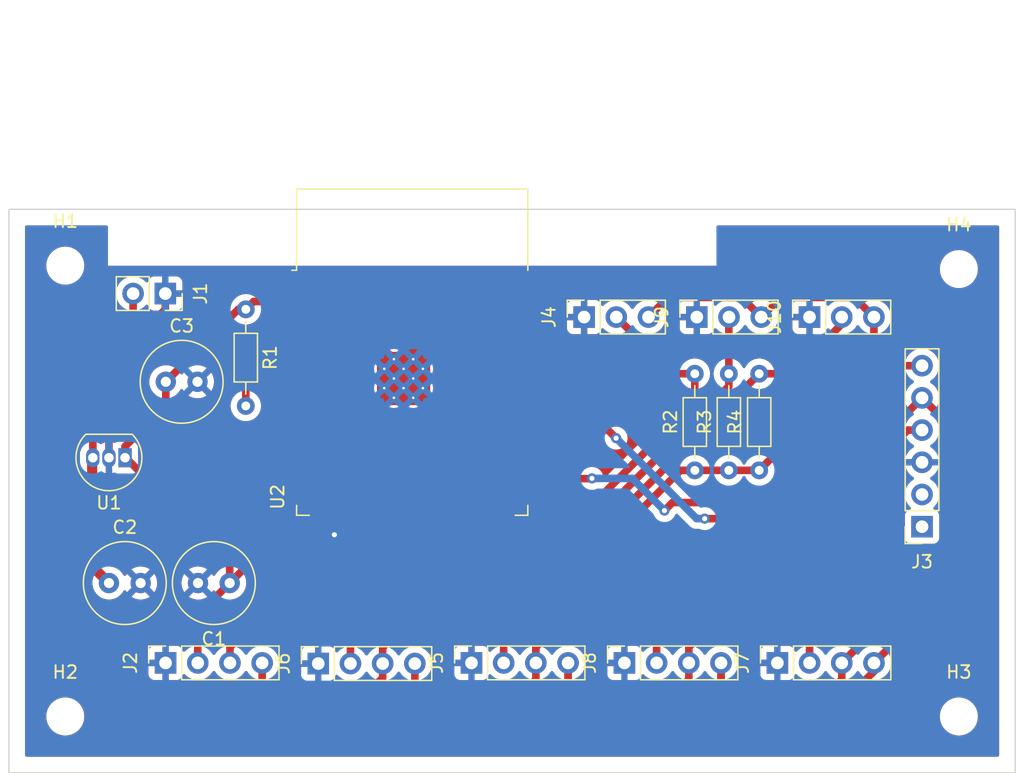
<source format=kicad_pcb>
(kicad_pcb (version 20221018) (generator pcbnew)
  (title_block (title "PCB Condiciones Ambientales") (date "2024-06-03") (rev "1.0") (company "ULL") (comment 1 "Johan David Melián Ramos"))
  (layers (0 "F.Cu" signal) (31 "B.Cu" signal) (34 "B.Paste" user) (35 "F.Paste" user) (36 "B.SilkS" user "B.Silkscreen") (37 "F.SilkS" user "F.Silkscreen") (38 "B.Mask" user) (39 "F.Mask" user) (44 "Edge.Cuts" user))
  (net 0 "")
  (net 1 "+3V3")
  (net 2 "GND")
  (net 3 "VCC")
  (net 4 "SCL")
  (net 5 "SDA")
  (net 6 "DATA1")
  (net 7 "DATA2")
  (net 8 "DATA3")
  (net 9 "Net-(U2-EN)")
  (footprint "Capacitor_THT:C_Radial_D6.3mm_H5.0mm_P2.50mm" (layer "F.Cu") (at 116.475 111.395)
    (fp_text reference "C2" (at 1.25 -4.4) (layer "F.SilkS"))
    (fp_text value "100u")
    (fp_circle (center 1.25 0) (end 4.52 0) (stroke (width 0.12)) (fill none) (layer "F.SilkS"))
    (pad "1" thru_hole circle (at 0 0) (size 1.6 1.6) (drill 0.8) (layers "*.Cu" "*.Mask") (net 3 "VCC"))
    (pad "2" thru_hole circle (at 2.5 0) (size 1.6 1.6) (drill 0.8) (layers "*.Cu" "*.Mask") (net 2 "GND"))
  )
  (footprint "Connector_PinSocket_2.54mm:PinSocket_1x04_P2.54mm_Vertical" (layer "F.Cu") (at 120.94 117.695 90)
    (fp_text reference "J2" (at 0 -2.77 90) (layer "F.SilkS"))
    (fp_text value "Conn_01x04_Socket")
    (fp_line (start -1.33 1.27) (end -1.33 8.95) (stroke (width 0.12)) (layer "F.SilkS"))
    (fp_line (start -1.33 1.27) (end 1.33 1.27) (stroke (width 0.12)) (layer "F.SilkS"))
    (fp_line (start -1.33 8.95) (end 1.33 8.95) (stroke (width 0.12)) (layer "F.SilkS"))
    (fp_line (start 0 -1.33) (end 1.33 -1.33) (stroke (width 0.12)) (layer "F.SilkS"))
    (fp_line (start 1.33 -1.33) (end 1.33 0) (stroke (width 0.12)) (layer "F.SilkS"))
    (fp_line (start 1.33 1.27) (end 1.33 8.95) (stroke (width 0.12)) (layer "F.SilkS"))
    (pad "1" thru_hole rect (at 0 0 90) (size 1.7 1.7) (drill 1) (layers "*.Cu" "*.Mask") (net 2 "GND"))
    (pad "2" thru_hole oval (at 0 2.54 90) (size 1.7 1.7) (drill 1) (layers "*.Cu" "*.Mask") (net 1 "+3V3"))
    (pad "3" thru_hole oval (at 0 5.08 90) (size 1.7 1.7) (drill 1) (layers "*.Cu" "*.Mask") (net 4 "SCL"))
    (pad "4" thru_hole oval (at 0 7.62 90) (size 1.7 1.7) (drill 1) (layers "*.Cu" "*.Mask") (net 5 "SDA"))
  )
  (footprint "MountingHole:MountingHole_2.5mm" (layer "F.Cu") (at 113.03 121.92)
    (fp_text reference "H2" (at 0 -3.5) (layer "F.SilkS"))
    (fp_text value "MountingHole")
    (pad "" np_thru_hole circle (at 0 0) (size 2.5 2.5) (drill 2.5) (layers "*.Cu" "*.Mask"))
  )
  (footprint "Resistor_THT:R_Axial_DIN0204_L3.6mm_D1.6mm_P7.62mm_Horizontal" (layer "F.Cu") (at 167.766668 102.505 90)
    (fp_text reference "R4" (at 3.81 -1.92 90) (layer "F.SilkS"))
    (fp_text value "1k")
    (fp_line (start 0.94 0) (end 1.89 0) (stroke (width 0.12)) (layer "F.SilkS"))
    (fp_line (start 1.89 -0.92) (end 1.89 0.92) (stroke (width 0.12)) (layer "F.SilkS"))
    (fp_line (start 1.89 0.92) (end 5.73 0.92) (stroke (width 0.12)) (layer "F.SilkS"))
    (fp_line (start 5.73 -0.92) (end 1.89 -0.92) (stroke (width 0.12)) (layer "F.SilkS"))
    (fp_line (start 5.73 0.92) (end 5.73 -0.92) (stroke (width 0.12)) (layer "F.SilkS"))
    (fp_line (start 6.68 0) (end 5.73 0) (stroke (width 0.12)) (layer "F.SilkS"))
    (pad "1" thru_hole circle (at 0 0 90) (size 1.4 1.4) (drill 0.7) (layers "*.Cu" "*.Mask") (net 1 "+3V3"))
    (pad "2" thru_hole oval (at 7.62 0 90) (size 1.4 1.4) (drill 0.7) (layers "*.Cu" "*.Mask") (net 8 "DATA3"))
  )
  (footprint "MountingHole:MountingHole_2.5mm" (layer "F.Cu") (at 183.515 121.92)
    (fp_text reference "H3" (at 0 -3.5) (layer "F.SilkS"))
    (fp_text value "MountingHole")
    (pad "" np_thru_hole circle (at 0 0) (size 2.5 2.5) (drill 2.5) (layers "*.Cu" "*.Mask"))
  )
  (footprint "RF_Module:ESP32-WROOM-32" (layer "F.Cu") (at 140.395 96.17)
    (fp_text reference "U2" (at -10.61 8.43 90) (layer "F.SilkS"))
    (fp_text value "ESP32-WROOM-32")
    (fp_line (start -9.12 -15.86) (end -9.12 -9.445) (stroke (width 0.12)) (layer "F.SilkS"))
    (fp_line (start -9.12 -15.86) (end 9.12 -15.86) (stroke (width 0.12)) (layer "F.SilkS"))
    (fp_line (start -9.12 -9.445) (end -9.5 -9.445) (stroke (width 0.12)) (layer "F.SilkS"))
    (fp_line (start -9.12 9.1) (end -9.12 9.88) (stroke (width 0.12)) (layer "F.SilkS"))
    (fp_line (start -9.12 9.88) (end -8.12 9.88) (stroke (width 0.12)) (layer "F.SilkS"))
    (fp_line (start 9.12 -15.86) (end 9.12 -9.445) (stroke (width 0.12)) (layer "F.SilkS"))
    (fp_line (start 9.12 9.1) (end 9.12 9.88) (stroke (width 0.12)) (layer "F.SilkS"))
    (fp_line (start 9.12 9.88) (end 8.12 9.88) (stroke (width 0.12)) (layer "F.SilkS"))
    (pad "1" smd rect (at -8.75 -8.25) (size 1.5 0.9) (layers "F.Cu" "F.Paste" "F.Mask") (net 2 "GND"))
    (pad "2" smd rect (at -8.75 -6.98) (size 1.5 0.9) (layers "F.Cu" "F.Paste" "F.Mask") (net 1 "+3V3"))
    (pad "3" smd rect (at -8.75 -5.71) (size 1.5 0.9) (layers "F.Cu" "F.Paste" "F.Mask") (net 9 "Net-(U2-EN)"))
    (pad "4" smd rect (at -8.75 -4.44) (size 1.5 0.9) (layers "F.Cu" "F.Paste" "F.Mask"))
    (pad "5" smd rect (at -8.75 -3.17) (size 1.5 0.9) (layers "F.Cu" "F.Paste" "F.Mask"))
    (pad "6" smd rect (at -8.75 -1.9) (size 1.5 0.9) (layers "F.Cu" "F.Paste" "F.Mask"))
    (pad "7" smd rect (at -8.75 -0.63) (size 1.5 0.9) (layers "F.Cu" "F.Paste" "F.Mask"))
    (pad "8" smd rect (at -8.75 0.64) (size 1.5 0.9) (layers "F.Cu" "F.Paste" "F.Mask"))
    (pad "9" smd rect (at -8.75 1.91) (size 1.5 0.9) (layers "F.Cu" "F.Paste" "F.Mask"))
    (pad "10" smd rect (at -8.75 3.18) (size 1.5 0.9) (layers "F.Cu" "F.Paste" "F.Mask"))
    (pad "11" smd rect (at -8.75 4.45) (size 1.5 0.9) (layers "F.Cu" "F.Paste" "F.Mask"))
    (pad "12" smd rect (at -8.75 5.72) (size 1.5 0.9) (layers "F.Cu" "F.Paste" "F.Mask"))
    (pad "13" smd rect (at -8.75 6.99) (size 1.5 0.9) (layers "F.Cu" "F.Paste" "F.Mask") (net 8 "DATA3"))
    (pad "14" smd rect (at -8.75 8.26) (size 1.5 0.9) (layers "F.Cu" "F.Paste" "F.Mask") (net 6 "DATA1"))
    (pad "15" smd rect (at -5.71 9.51 90) (size 1.5 0.9) (layers "F.Cu" "F.Paste" "F.Mask") (net 2 "GND"))
    (pad "16" smd rect (at -4.44 9.51 90) (size 1.5 0.9) (layers "F.Cu" "F.Paste" "F.Mask") (net 7 "DATA2"))
    (pad "17" smd rect (at -3.17 9.51 90) (size 1.5 0.9) (layers "F.Cu" "F.Paste" "F.Mask"))
    (pad "18" smd rect (at -1.9 9.51 90) (size 1.5 0.9) (layers "F.Cu" "F.Paste" "F.Mask"))
    (pad "19" smd rect (at -0.63 9.51 90) (size 1.5 0.9) (layers "F.Cu" "F.Paste" "F.Mask"))
    (pad "20" smd rect (at 0.64 9.51 90) (size 1.5 0.9) (layers "F.Cu" "F.Paste" "F.Mask"))
    (pad "21" smd rect (at 1.91 9.51 90) (size 1.5 0.9) (layers "F.Cu" "F.Paste" "F.Mask"))
    (pad "22" smd rect (at 3.18 9.51 90) (size 1.5 0.9) (layers "F.Cu" "F.Paste" "F.Mask"))
    (pad "23" smd rect (at 4.45 9.51 90) (size 1.5 0.9) (layers "F.Cu" "F.Paste" "F.Mask"))
    (pad "24" smd rect (at 5.72 9.51 90) (size 1.5 0.9) (layers "F.Cu" "F.Paste" "F.Mask"))
    (pad "25" smd rect (at 8.75 8.26) (size 1.5 0.9) (layers "F.Cu" "F.Paste" "F.Mask"))
    (pad "26" smd rect (at 8.75 6.99) (size 1.5 0.9) (layers "F.Cu" "F.Paste" "F.Mask") (net 5 "SDA"))
    (pad "27" smd rect (at 8.75 5.72) (size 1.5 0.9) (layers "F.Cu" "F.Paste" "F.Mask"))
    (pad "28" smd rect (at 8.75 4.45) (size 1.5 0.9) (layers "F.Cu" "F.Paste" "F.Mask"))
    (pad "29" smd rect (at 8.75 3.18) (size 1.5 0.9) (layers "F.Cu" "F.Paste" "F.Mask") (net 4 "SCL"))
    (pad "30" smd rect (at 8.75 1.91) (size 1.5 0.9) (layers "F.Cu" "F.Paste" "F.Mask"))
    (pad "31" smd rect (at 8.75 0.64) (size 1.5 0.9) (layers "F.Cu" "F.Paste" "F.Mask"))
    (pad "32" smd rect (at 8.75 -0.63) (size 1.5 0.9) (layers "F.Cu" "F.Paste" "F.Mask"))
    (pad "33" smd rect (at 8.75 -1.9) (size 1.5 0.9) (layers "F.Cu" "F.Paste" "F.Mask"))
    (pad "34" smd rect (at 8.75 -3.17) (size 1.5 0.9) (layers "F.Cu" "F.Paste" "F.Mask"))
    (pad "35" smd rect (at 8.75 -4.44) (size 1.5 0.9) (layers "F.Cu" "F.Paste" "F.Mask"))
    (pad "36" smd rect (at 8.75 -5.71) (size 1.5 0.9) (layers "F.Cu" "F.Paste" "F.Mask"))
    (pad "37" smd rect (at 8.75 -6.98) (size 1.5 0.9) (layers "F.Cu" "F.Paste" "F.Mask"))
    (pad "38" smd rect (at 8.75 -8.25) (size 1.5 0.9) (layers "F.Cu" "F.Paste" "F.Mask") (net 2 "GND"))
    (pad "39" smd rect (at -2.205 -2.435) (size 1.05 1.05) (layers "F.Cu" "F.Paste") (net 2 "GND"))
    (pad "39" thru_hole circle (at -2.205 -1.6725) (size 0.6 0.6) (drill 0.2) (property pad_prop_heatsink) (layers "*.Cu" "F.Mask") (net 2 "GND"))
    (pad "39" smd rect (at -2.205 -0.91) (size 1.05 1.05) (layers "F.Cu" "F.Paste") (net 2 "GND"))
    (pad "39" thru_hole circle (at -2.205 -0.1475) (size 0.6 0.6) (drill 0.2) (property pad_prop_heatsink) (layers "*.Cu" "F.Mask") (net 2 "GND"))
    (pad "39" smd rect (at -2.205 0.615) (size 1.05 1.05) (layers "F.Cu" "F.Paste") (net 2 "GND"))
    (pad "39" thru_hole circle (at -1.4425 -2.435) (size 0.6 0.6) (drill 0.2) (property pad_prop_heatsink) (layers "*.Cu" "F.Mask") (net 2 "GND"))
    (pad "39" thru_hole circle (at -1.4425 -0.91) (size 0.6 0.6) (drill 0.2) (property pad_prop_heatsink) (layers "*.Cu" "F.Mask") (net 2 "GND"))
    (pad "39" thru_hole circle (at -1.4425 0.615) (size 0.6 0.6) (drill 0.2) (property pad_prop_heatsink) (layers "*.Cu" "F.Mask") (net 2 "GND"))
    (pad "39" smd rect (at -0.68 -2.435) (size 1.05 1.05) (layers "F.Cu" "F.Paste") (net 2 "GND"))
    (pad "39" thru_hole circle (at -0.68 -1.6725) (size 0.6 0.6) (drill 0.2) (property pad_prop_heatsink) (layers "*.Cu" "F.Mask") (net 2 "GND"))
    (pad "39" smd rect (at -0.68 -0.91) (size 1.05 1.05) (layers "F.Cu" "F.Paste") (net 2 "GND"))
    (pad "39" smd rect (at -0.68 -0.91) (size 4.2 4.2) (layers "F.Cu" "F.Mask") (net 2 "GND"))
    (pad "39" thru_hole circle (at -0.68 -0.1475) (size 0.6 0.6) (drill 0.2) (property pad_prop_heatsink) (layers "*.Cu" "F.Mask") (net 2 "GND"))
    (pad "39" smd rect (at -0.68 0.615) (size 1.05 1.05) (layers "F.Cu" "F.Paste") (net 2 "GND"))
    (pad "39" thru_hole circle (at 0.0825 -2.435) (size 0.6 0.6) (drill 0.2) (property pad_prop_heatsink) (layers "*.Cu" "F.Mask") (net 2 "GND"))
    (pad "39" thru_hole circle (at 0.0825 -0.91) (size 0.6 0.6) (drill 0.2) (property pad_prop_heatsink) (layers "*.Cu" "F.Mask") (net 2 "GND"))
    (pad "39" thru_hole circle (at 0.0825 0.615) (size 0.6 0.6) (drill 0.2) (property pad_prop_heatsink) (layers "*.Cu" "F.Mask") (net 2 "GND"))
    (pad "39" smd rect (at 0.845 -2.435) (size 1.05 1.05) (layers "F.Cu" "F.Paste") (net 2 "GND"))
    (pad "39" thru_hole circle (at 0.845 -1.6725) (size 0.6 0.6) (drill 0.2) (property pad_prop_heatsink) (layers "*.Cu" "F.Mask") (net 2 "GND"))
    (pad "39" smd rect (at 0.845 -0.91) (size 1.05 1.05) (layers "F.Cu" "F.Paste") (net 2 "GND"))
    (pad "39" thru_hole circle (at 0.845 -0.1475) (size 0.6 0.6) (drill 0.2) (property pad_prop_heatsink) (layers "*.Cu" "F.Mask") (net 2 "GND"))
    (pad "39" smd rect (at 0.845 0.615) (size 1.05 1.05) (layers "F.Cu" "F.Paste") (net 2 "GND"))
    (zone (net 0) (net_name "") (layers "F.Cu" "In1.Cu" "B.Cu") (connect_pads (clearance 0)) (min_thickness 0.254)
      (keepout (tracks not_allowed) (vias not_allowed) (pads not_allowed) (copperpour not_allowed) (footprints not_allowed))
      (fill (thermal_gap 0.508) (thermal_bridge_width 0.508))
      (polygon (pts (xy 116.395 86.37) (xy 164.395 86.37) (xy 164.395 65.43) (xy 116.395 65.43)))
    )
  )
  (footprint "Capacitor_THT:C_Radial_D6.3mm_H5.0mm_P2.50mm" (layer "F.Cu") (at 120.96 95.52)
    (fp_text reference "C3" (at 1.25 -4.4) (layer "F.SilkS"))
    (fp_text value "100u")
    (fp_circle (center 1.25 0) (end 4.52 0) (stroke (width 0.12)) (fill none) (layer "F.SilkS"))
    (pad "1" thru_hole circle (at 0 0) (size 1.6 1.6) (drill 0.8) (layers "*.Cu" "*.Mask") (net 1 "+3V3"))
    (pad "2" thru_hole circle (at 2.5 0) (size 1.6 1.6) (drill 0.8) (layers "*.Cu" "*.Mask") (net 2 "GND"))
  )
  (footprint "MountingHole:MountingHole_2.5mm" (layer "F.Cu") (at 113.03 86.36)
    (fp_text reference "H1" (at 0 -3.5) (layer "F.SilkS"))
    (fp_text value "MountingHole")
    (pad "" np_thru_hole circle (at 0 0) (size 2.5 2.5) (drill 2.5) (layers "*.Cu" "*.Mask"))
  )
  (footprint "Connector_PinSocket_2.54mm:PinSocket_1x04_P2.54mm_Vertical" (layer "F.Cu") (at 169.2 117.695 90)
    (fp_text reference "J7" (at 0 -2.77 90) (layer "F.SilkS"))
    (fp_text value "Conn_01x04_Socket")
    (fp_line (start -1.33 1.27) (end -1.33 8.95) (stroke (width 0.12)) (layer "F.SilkS"))
    (fp_line (start -1.33 1.27) (end 1.33 1.27) (stroke (width 0.12)) (layer "F.SilkS"))
    (fp_line (start -1.33 8.95) (end 1.33 8.95) (stroke (width 0.12)) (layer "F.SilkS"))
    (fp_line (start 0 -1.33) (end 1.33 -1.33) (stroke (width 0.12)) (layer "F.SilkS"))
    (fp_line (start 1.33 -1.33) (end 1.33 0) (stroke (width 0.12)) (layer "F.SilkS"))
    (fp_line (start 1.33 1.27) (end 1.33 8.95) (stroke (width 0.12)) (layer "F.SilkS"))
    (pad "1" thru_hole rect (at 0 0 90) (size 1.7 1.7) (drill 1) (layers "*.Cu" "*.Mask") (net 2 "GND"))
    (pad "2" thru_hole oval (at 0 2.54 90) (size 1.7 1.7) (drill 1) (layers "*.Cu" "*.Mask") (net 1 "+3V3"))
    (pad "3" thru_hole oval (at 0 5.08 90) (size 1.7 1.7) (drill 1) (layers "*.Cu" "*.Mask") (net 4 "SCL"))
    (pad "4" thru_hole oval (at 0 7.62 90) (size 1.7 1.7) (drill 1) (layers "*.Cu" "*.Mask") (net 5 "SDA"))
  )
  (footprint "Connector_PinSocket_2.54mm:PinSocket_1x03_P2.54mm_Vertical" (layer "F.Cu") (at 153.955 90.415 90)
    (fp_text reference "J4" (at 0 -2.77 90) (layer "F.SilkS"))
    (fp_text value "Conn_01x03_Socket")
    (fp_line (start -1.33 1.27) (end -1.33 6.41) (stroke (width 0.12)) (layer "F.SilkS"))
    (fp_line (start -1.33 1.27) (end 1.33 1.27) (stroke (width 0.12)) (layer "F.SilkS"))
    (fp_line (start -1.33 6.41) (end 1.33 6.41) (stroke (width 0.12)) (layer "F.SilkS"))
    (fp_line (start 0 -1.33) (end 1.33 -1.33) (stroke (width 0.12)) (layer "F.SilkS"))
    (fp_line (start 1.33 -1.33) (end 1.33 0) (stroke (width 0.12)) (layer "F.SilkS"))
    (fp_line (start 1.33 1.27) (end 1.33 6.41) (stroke (width 0.12)) (layer "F.SilkS"))
    (pad "1" thru_hole rect (at 0 0 90) (size 1.7 1.7) (drill 1) (layers "*.Cu" "*.Mask") (net 2 "GND"))
    (pad "2" thru_hole oval (at 0 2.54 90) (size 1.7 1.7) (drill 1) (layers "*.Cu" "*.Mask") (net 6 "DATA1"))
    (pad "3" thru_hole oval (at 0 5.08 90) (size 1.7 1.7) (drill 1) (layers "*.Cu" "*.Mask") (net 1 "+3V3"))
  )
  (footprint "MountingHole:MountingHole_2.5mm" (layer "F.Cu") (at 183.515 86.63)
    (fp_text reference "H4" (at 0 -3.5) (layer "F.SilkS"))
    (fp_text value "MountingHole")
    (pad "" np_thru_hole circle (at 0 0) (size 2.5 2.5) (drill 2.5) (layers "*.Cu" "*.Mask"))
  )
  (footprint "Resistor_THT:R_Axial_DIN0204_L3.6mm_D1.6mm_P7.62mm_Horizontal" (layer "F.Cu") (at 165.37 102.505 90)
    (fp_text reference "R3" (at 3.81 -1.92 90) (layer "F.SilkS"))
    (fp_text value "1k")
    (fp_line (start 0.94 0) (end 1.89 0) (stroke (width 0.12)) (layer "F.SilkS"))
    (fp_line (start 1.89 -0.92) (end 1.89 0.92) (stroke (width 0.12)) (layer "F.SilkS"))
    (fp_line (start 1.89 0.92) (end 5.73 0.92) (stroke (width 0.12)) (layer "F.SilkS"))
    (fp_line (start 5.73 -0.92) (end 1.89 -0.92) (stroke (width 0.12)) (layer "F.SilkS"))
    (fp_line (start 5.73 0.92) (end 5.73 -0.92) (stroke (width 0.12)) (layer "F.SilkS"))
    (fp_line (start 6.68 0) (end 5.73 0) (stroke (width 0.12)) (layer "F.SilkS"))
    (pad "1" thru_hole circle (at 0 0 90) (size 1.4 1.4) (drill 0.7) (layers "*.Cu" "*.Mask") (net 1 "+3V3"))
    (pad "2" thru_hole oval (at 7.62 0 90) (size 1.4 1.4) (drill 0.7) (layers "*.Cu" "*.Mask") (net 7 "DATA2"))
  )
  (footprint "Capacitor_THT:C_Radial_D6.3mm_H5.0mm_P2.50mm" (layer "F.Cu") (at 126 111.395 180)
    (fp_text reference "C1" (at 1.25 -4.4) (layer "F.SilkS"))
    (fp_text value "100u")
    (fp_circle (center 1.25 0) (end 4.52 0) (stroke (width 0.12)) (fill none) (layer "F.SilkS"))
    (pad "1" thru_hole circle (at 0 0 180) (size 1.6 1.6) (drill 0.8) (layers "*.Cu" "*.Mask") (net 1 "+3V3"))
    (pad "2" thru_hole circle (at 2.5 0 180) (size 1.6 1.6) (drill 0.8) (layers "*.Cu" "*.Mask") (net 2 "GND"))
  )
  (footprint "Connector_PinSocket_2.54mm:PinSocket_1x04_P2.54mm_Vertical" (layer "F.Cu") (at 157.135 117.695 90)
    (fp_text reference "J8" (at 0 -2.77 90) (layer "F.SilkS"))
    (fp_text value "Conn_01x04_Socket")
    (fp_line (start -1.33 1.27) (end -1.33 8.95) (stroke (width 0.12)) (layer "F.SilkS"))
    (fp_line (start -1.33 1.27) (end 1.33 1.27) (stroke (width 0.12)) (layer "F.SilkS"))
    (fp_line (start -1.33 8.95) (end 1.33 8.95) (stroke (width 0.12)) (layer "F.SilkS"))
    (fp_line (start 0 -1.33) (end 1.33 -1.33) (stroke (width 0.12)) (layer "F.SilkS"))
    (fp_line (start 1.33 -1.33) (end 1.33 0) (stroke (width 0.12)) (layer "F.SilkS"))
    (fp_line (start 1.33 1.27) (end 1.33 8.95) (stroke (width 0.12)) (layer "F.SilkS"))
    (pad "1" thru_hole rect (at 0 0 90) (size 1.7 1.7) (drill 1) (layers "*.Cu" "*.Mask") (net 2 "GND"))
    (pad "2" thru_hole oval (at 0 2.54 90) (size 1.7 1.7) (drill 1) (layers "*.Cu" "*.Mask") (net 1 "+3V3"))
    (pad "3" thru_hole oval (at 0 5.08 90) (size 1.7 1.7) (drill 1) (layers "*.Cu" "*.Mask") (net 4 "SCL"))
    (pad "4" thru_hole oval (at 0 7.62 90) (size 1.7 1.7) (drill 1) (layers "*.Cu" "*.Mask") (net 5 "SDA"))
  )
  (footprint "Connector_PinSocket_2.54mm:PinSocket_1x04_P2.54mm_Vertical" (layer "F.Cu") (at 145.07 117.695 90)
    (fp_text reference "J5" (at 0 -2.77 90) (layer "F.SilkS"))
    (fp_text value "Conn_01x04_Socket")
    (fp_line (start -1.33 1.27) (end -1.33 8.95) (stroke (width 0.12)) (layer "F.SilkS"))
    (fp_line (start -1.33 1.27) (end 1.33 1.27) (stroke (width 0.12)) (layer "F.SilkS"))
    (fp_line (start -1.33 8.95) (end 1.33 8.95) (stroke (width 0.12)) (layer "F.SilkS"))
    (fp_line (start 0 -1.33) (end 1.33 -1.33) (stroke (width 0.12)) (layer "F.SilkS"))
    (fp_line (start 1.33 -1.33) (end 1.33 0) (stroke (width 0.12)) (layer "F.SilkS"))
    (fp_line (start 1.33 1.27) (end 1.33 8.95) (stroke (width 0.12)) (layer "F.SilkS"))
    (pad "1" thru_hole rect (at 0 0 90) (size 1.7 1.7) (drill 1) (layers "*.Cu" "*.Mask") (net 2 "GND"))
    (pad "2" thru_hole oval (at 0 2.54 90) (size 1.7 1.7) (drill 1) (layers "*.Cu" "*.Mask") (net 1 "+3V3"))
    (pad "3" thru_hole oval (at 0 5.08 90) (size 1.7 1.7) (drill 1) (layers "*.Cu" "*.Mask") (net 4 "SCL"))
    (pad "4" thru_hole oval (at 0 7.62 90) (size 1.7 1.7) (drill 1) (layers "*.Cu" "*.Mask") (net 5 "SDA"))
  )
  (footprint "Connector_PinSocket_2.54mm:PinSocket_1x03_P2.54mm_Vertical" (layer "F.Cu") (at 171.735 90.415 90)
    (fp_text reference "J10" (at 0 -2.77 90) (layer "F.SilkS"))
    (fp_text value "Conn_01x03_Socket")
    (fp_line (start -1.33 1.27) (end -1.33 6.41) (stroke (width 0.12)) (layer "F.SilkS"))
    (fp_line (start -1.33 1.27) (end 1.33 1.27) (stroke (width 0.12)) (layer "F.SilkS"))
    (fp_line (start -1.33 6.41) (end 1.33 6.41) (stroke (width 0.12)) (layer "F.SilkS"))
    (fp_line (start 0 -1.33) (end 1.33 -1.33) (stroke (width 0.12)) (layer "F.SilkS"))
    (fp_line (start 1.33 -1.33) (end 1.33 0) (stroke (width 0.12)) (layer "F.SilkS"))
    (fp_line (start 1.33 1.27) (end 1.33 6.41) (stroke (width 0.12)) (layer "F.SilkS"))
    (pad "1" thru_hole rect (at 0 0 90) (size 1.7 1.7) (drill 1) (layers "*.Cu" "*.Mask") (net 2 "GND"))
    (pad "2" thru_hole oval (at 0 2.54 90) (size 1.7 1.7) (drill 1) (layers "*.Cu" "*.Mask") (net 8 "DATA3"))
    (pad "3" thru_hole oval (at 0 5.08 90) (size 1.7 1.7) (drill 1) (layers "*.Cu" "*.Mask") (net 1 "+3V3"))
  )
  (footprint "Connector_PinSocket_2.54mm:PinSocket_1x06_P2.54mm_Vertical" (layer "F.Cu") (at 180.61 106.95 180)
    (fp_text reference "J3" (at 0 -2.77) (layer "F.SilkS"))
    (fp_text value "Conn_01x06_Socket")
    (fp_line (start -1.33 1.27) (end -1.33 14.03) (stroke (width 0.12)) (layer "F.SilkS"))
    (fp_line (start -1.33 1.27) (end 1.33 1.27) (stroke (width 0.12)) (layer "F.SilkS"))
    (fp_line (start -1.33 14.03) (end 1.33 14.03) (stroke (width 0.12)) (layer "F.SilkS"))
    (fp_line (start 0 -1.33) (end 1.33 -1.33) (stroke (width 0.12)) (layer "F.SilkS"))
    (fp_line (start 1.33 -1.33) (end 1.33 0) (stroke (width 0.12)) (layer "F.SilkS"))
    (fp_line (start 1.33 1.27) (end 1.33 14.03) (stroke (width 0.12)) (layer "F.SilkS"))
    (pad "1" thru_hole rect (at 0 0 180) (size 1.7 1.7) (drill 1) (layers "*.Cu" "*.Mask"))
    (pad "2" thru_hole oval (at 0 2.54 180) (size 1.7 1.7) (drill 1) (layers "*.Cu" "*.Mask"))
    (pad "3" thru_hole oval (at 0 5.08 180) (size 1.7 1.7) (drill 1) (layers "*.Cu" "*.Mask") (net 2 "GND"))
    (pad "4" thru_hole oval (at 0 7.62 180) (size 1.7 1.7) (drill 1) (layers "*.Cu" "*.Mask") (net 4 "SCL"))
    (pad "5" thru_hole oval (at 0 10.16 180) (size 1.7 1.7) (drill 1) (layers "*.Cu" "*.Mask") (net 5 "SDA"))
    (pad "6" thru_hole oval (at 0 12.7 180) (size 1.7 1.7) (drill 1) (layers "*.Cu" "*.Mask") (net 1 "+3V3"))
  )
  (footprint "Connector_PinSocket_2.54mm:PinSocket_1x03_P2.54mm_Vertical" (layer "F.Cu") (at 162.845 90.415 90)
    (fp_text reference "J9" (at 0 -2.77 90) (layer "F.SilkS"))
    (fp_text value "Conn_01x03_Socket")
    (fp_line (start -1.33 1.27) (end -1.33 6.41) (stroke (width 0.12)) (layer "F.SilkS"))
    (fp_line (start -1.33 1.27) (end 1.33 1.27) (stroke (width 0.12)) (layer "F.SilkS"))
    (fp_line (start -1.33 6.41) (end 1.33 6.41) (stroke (width 0.12)) (layer "F.SilkS"))
    (fp_line (start 0 -1.33) (end 1.33 -1.33) (stroke (width 0.12)) (layer "F.SilkS"))
    (fp_line (start 1.33 -1.33) (end 1.33 0) (stroke (width 0.12)) (layer "F.SilkS"))
    (fp_line (start 1.33 1.27) (end 1.33 6.41) (stroke (width 0.12)) (layer "F.SilkS"))
    (pad "1" thru_hole rect (at 0 0 90) (size 1.7 1.7) (drill 1) (layers "*.Cu" "*.Mask") (net 2 "GND"))
    (pad "2" thru_hole oval (at 0 2.54 90) (size 1.7 1.7) (drill 1) (layers "*.Cu" "*.Mask") (net 7 "DATA2"))
    (pad "3" thru_hole oval (at 0 5.08 90) (size 1.7 1.7) (drill 1) (layers "*.Cu" "*.Mask") (net 1 "+3V3"))
  )
  (footprint "Connector_PinSocket_2.54mm:PinSocket_1x04_P2.54mm_Vertical" (layer "F.Cu") (at 132.985 117.745 90)
    (fp_text reference "J6" (at 0 -2.77 90) (layer "F.SilkS"))
    (fp_text value "Conn_01x04_Socket")
    (fp_line (start -1.33 1.27) (end -1.33 8.95) (stroke (width 0.12)) (layer "F.SilkS"))
    (fp_line (start -1.33 1.27) (end 1.33 1.27) (stroke (width 0.12)) (layer "F.SilkS"))
    (fp_line (start -1.33 8.95) (end 1.33 8.95) (stroke (width 0.12)) (layer "F.SilkS"))
    (fp_line (start 0 -1.33) (end 1.33 -1.33) (stroke (width 0.12)) (layer "F.SilkS"))
    (fp_line (start 1.33 -1.33) (end 1.33 0) (stroke (width 0.12)) (layer "F.SilkS"))
    (fp_line (start 1.33 1.27) (end 1.33 8.95) (stroke (width 0.12)) (layer "F.SilkS"))
    (pad "1" thru_hole rect (at 0 0 90) (size 1.7 1.7) (drill 1) (layers "*.Cu" "*.Mask") (net 2 "GND"))
    (pad "2" thru_hole oval (at 0 2.54 90) (size 1.7 1.7) (drill 1) (layers "*.Cu" "*.Mask") (net 1 "+3V3"))
    (pad "3" thru_hole oval (at 0 5.08 90) (size 1.7 1.7) (drill 1) (layers "*.Cu" "*.Mask") (net 4 "SCL"))
    (pad "4" thru_hole oval (at 0 7.62 90) (size 1.7 1.7) (drill 1) (layers "*.Cu" "*.Mask") (net 5 "SDA"))
  )
  (footprint "Connector_PinSocket_2.54mm:PinSocket_1x02_P2.54mm_Vertical" (layer "F.Cu") (at 120.92 88.56 -90)
    (fp_text reference "J1" (at 0 -2.77 90) (layer "F.SilkS"))
    (fp_text value "Conn_01x02_Socket")
    (fp_line (start -1.33 1.27) (end -1.33 3.87) (stroke (width 0.12)) (layer "F.SilkS"))
    (fp_line (start -1.33 1.27) (end 1.33 1.27) (stroke (width 0.12)) (layer "F.SilkS"))
    (fp_line (start -1.33 3.87) (end 1.33 3.87) (stroke (width 0.12)) (layer "F.SilkS"))
    (fp_line (start 0 -1.33) (end 1.33 -1.33) (stroke (width 0.12)) (layer "F.SilkS"))
    (fp_line (start 1.33 -1.33) (end 1.33 0) (stroke (width 0.12)) (layer "F.SilkS"))
    (fp_line (start 1.33 1.27) (end 1.33 3.87) (stroke (width 0.12)) (layer "F.SilkS"))
    (pad "1" thru_hole rect (at 0 0 270) (size 1.7 1.7) (drill 1) (layers "*.Cu" "*.Mask") (net 2 "GND"))
    (pad "2" thru_hole oval (at 0 2.54 270) (size 1.7 1.7) (drill 1) (layers "*.Cu" "*.Mask") (net 3 "VCC"))
  )
  (footprint "Resistor_THT:R_Axial_DIN0204_L3.6mm_D1.6mm_P7.62mm_Horizontal" (layer "F.Cu") (at 127.27 89.805 -90)
    (fp_text reference "R1" (at 3.81 -1.92 90) (layer "F.SilkS"))
    (fp_text value "1k")
    (fp_line (start 0.94 0) (end 1.89 0) (stroke (width 0.12)) (layer "F.SilkS"))
    (fp_line (start 1.89 -0.92) (end 1.89 0.92) (stroke (width 0.12)) (layer "F.SilkS"))
    (fp_line (start 1.89 0.92) (end 5.73 0.92) (stroke (width 0.12)) (layer "F.SilkS"))
    (fp_line (start 5.73 -0.92) (end 1.89 -0.92) (stroke (width 0.12)) (layer "F.SilkS"))
    (fp_line (start 5.73 0.92) (end 5.73 -0.92) (stroke (width 0.12)) (layer "F.SilkS"))
    (fp_line (start 6.68 0) (end 5.73 0) (stroke (width 0.12)) (layer "F.SilkS"))
    (pad "1" thru_hole circle (at 0 0 270) (size 1.4 1.4) (drill 0.7) (layers "*.Cu" "*.Mask") (net 1 "+3V3"))
    (pad "2" thru_hole oval (at 7.62 0 270) (size 1.4 1.4) (drill 0.7) (layers "*.Cu" "*.Mask") (net 9 "Net-(U2-EN)"))
  )
  (footprint "Resistor_THT:R_Axial_DIN0204_L3.6mm_D1.6mm_P7.62mm_Horizontal" (layer "F.Cu") (at 162.686668 102.505 90)
    (fp_text reference "R2" (at 3.81 -1.92 90) (layer "F.SilkS"))
    (fp_text value "1k")
    (fp_line (start 0.94 0) (end 1.89 0) (stroke (width 0.12)) (layer "F.SilkS"))
    (fp_line (start 1.89 -0.92) (end 1.89 0.92) (stroke (width 0.12)) (layer "F.SilkS"))
    (fp_line (start 1.89 0.92) (end 5.73 0.92) (stroke (width 0.12)) (layer "F.SilkS"))
    (fp_line (start 5.73 -0.92) (end 1.89 -0.92) (stroke (width 0.12)) (layer "F.SilkS"))
    (fp_line (start 5.73 0.92) (end 5.73 -0.92) (stroke (width 0.12)) (layer "F.SilkS"))
    (fp_line (start 6.68 0) (end 5.73 0) (stroke (width 0.12)) (layer "F.SilkS"))
    (pad "1" thru_hole circle (at 0 0 90) (size 1.4 1.4) (drill 0.7) (layers "*.Cu" "*.Mask") (net 1 "+3V3"))
    (pad "2" thru_hole oval (at 7.62 0 90) (size 1.4 1.4) (drill 0.7) (layers "*.Cu" "*.Mask") (net 6 "DATA1"))
  )
  (footprint "Package_TO_SOT_THT:TO-92_Inline" (layer "F.Cu") (at 117.745 101.51 180)
    (fp_text reference "U1" (at 1.27 -3.56) (layer "F.SilkS"))
    (fp_text value "L78L33_TO92")
    (fp_line (start -0.53 1.85) (end 3.07 1.85) (stroke (width 0.12)) (layer "F.SilkS"))
    (fp_arc (start -0.568478 1.838478) (mid -1.132087 -0.994977) (end 1.27 -2.6) (stroke (width 0.12)) (layer "F.SilkS"))
    (fp_arc (start 1.27 -2.6) (mid 3.672087 -0.994977) (end 3.108478 1.838478) (stroke (width 0.12)) (layer "F.SilkS"))
    (pad "1" thru_hole rect (at 0 0 180) (size 1.05 1.5) (drill 0.75) (layers "*.Cu" "*.Mask") (net 1 "+3V3"))
    (pad "2" thru_hole oval (at 1.27 0 180) (size 1.05 1.5) (drill 0.75) (layers "*.Cu" "*.Mask") (net 2 "GND"))
    (pad "3" thru_hole oval (at 2.54 0 180) (size 1.05 1.5) (drill 0.75) (layers "*.Cu" "*.Mask") (net 3 "VCC"))
  )
  (gr_rect (start 108.585 81.915) (end 187.96 126.365) (stroke (width 0.1)) (fill none) (layer "Edge.Cuts"))
  (segment (start 126.675 89.805) (end 120.96 95.52) (width 0.6) (layer "F.Cu") (net 1))
  (segment (start 120.96 97.405) (end 120.96 95.52) (width 0.6) (layer "F.Cu") (net 1))
  (segment (start 126 111.395) (end 126 109.71) (width 0.6) (layer "F.Cu") (net 1))
  (segment (start 117.745 100.62) (end 120.96 97.405) (width 0.6) (layer "F.Cu") (net 1))
  (segment (start 176.815 90.415) (end 176.815 93.456668) (width 0.6) (layer "F.Cu") (net 1))
  (segment (start 154.575441 109.490441) (end 161.560882 102.505) (width 0.6) (layer "F.Cu") (net 1))
  (segment (start 175.265 88.865) (end 176.815 90.415) (width 0.6) (layer "F.Cu") (net 1))
  (segment (start 127.54 109.855) (end 126 111.395) (width 0.6) (layer "F.Cu") (net 1))
  (segment (start 169.475 88.865) (end 175.265 88.865) (width 0.6) (layer "F.Cu") (net 1))
  (segment (start 176.815 93.456668) (end 175.458334 94.813334) (width 0.6) (layer "F.Cu") (net 1))
  (segment (start 167.925 90.415) (end 169.475 88.865) (width 0.6) (layer "F.Cu") (net 1))
  (segment (start 154.210882 109.855) (end 127.54 109.855) (width 0.6) (layer "F.Cu") (net 1))
  (segment (start 127.27 89.805) (end 126.675 89.805) (width 0.6) (layer "F.Cu") (net 1))
  (segment (start 162.686668 102.505) (end 167.766668 102.505) (width 0.6) (layer "F.Cu") (net 1))
  (segment (start 180.61 94.25) (end 176.021668 94.25) (width 0.6) (layer "F.Cu") (net 1))
  (segment (start 154.210882 109.855) (end 165.735 109.855) (width 0.6) (layer "F.Cu") (net 1))
  (segment (start 133.62 109.855) (end 135.525 111.76) (width 0.6) (layer "F.Cu") (net 1))
  (segment (start 175.458334 94.813334) (end 167.766668 102.505) (width 0.6) (layer "F.Cu") (net 1))
  (segment (start 126 109.71) (end 117.8 101.51) (width 0.6) (layer "F.Cu") (net 1))
  (segment (start 135.525 111.76) (end 135.525 117.745) (width 0.6) (layer "F.Cu") (net 1))
  (segment (start 123.48 117.695) (end 123.48 113.915) (width 0.6) (layer "F.Cu") (net 1))
  (segment (start 159.035 90.415) (end 160.585 88.865) (width 0.6) (layer "F.Cu") (net 1))
  (segment (start 154.575441 109.490441) (end 154.210882 109.855) (width 0.6) (layer "F.Cu") (net 1))
  (segment (start 159.675 113.05) (end 156.48 109.855) (width 0.6) (layer "F.Cu") (net 1))
  (segment (start 127.27 89.805) (end 127.885 89.19) (width 0.6) (layer "F.Cu") (net 1))
  (segment (start 145.685 109.855) (end 147.61 111.78) (width 0.6) (layer "F.Cu") (net 1))
  (segment (start 176.021668 94.25) (end 175.458334 94.813334) (width 0.6) (layer "F.Cu") (net 1))
  (segment (start 147.61 111.78) (end 147.61 117.695) (width 0.6) (layer "F.Cu") (net 1))
  (segment (start 159.675 117.695) (end 159.675 113.05) (width 0.6) (layer "F.Cu") (net 1))
  (segment (start 166.375 88.865) (end 167.925 90.415) (width 0.6) (layer "F.Cu") (net 1))
  (segment (start 165.735 109.855) (end 171.74 115.86) (width 0.6) (layer "F.Cu") (net 1))
  (segment (start 161.560882 102.505) (end 162.686668 102.505) (width 0.6) (layer "F.Cu") (net 1))
  (segment (start 117.745 101.51) (end 117.745 100.62) (width 0.6) (layer "F.Cu") (net 1))
  (segment (start 160.585 88.865) (end 166.375 88.865) (width 0.6) (layer "F.Cu") (net 1))
  (segment (start 171.74 115.86) (end 171.74 117.695) (width 0.6) (layer "F.Cu") (net 1))
  (segment (start 123.48 113.915) (end 126 111.395) (width 0.6) (layer "F.Cu") (net 1))
  (segment (start 127.885 89.19) (end 131.645 89.19) (width 0.6) (layer "F.Cu") (net 1))
  (segment (start 149.145 87.92) (end 145.53 87.92) (width 0.6) (layer "F.Cu") (net 2))
  (segment (start 116.475 94.25) (end 120.92 89.805) (width 0.6) (layer "F.Cu") (net 2))
  (segment (start 120.92 89.805) (end 120.92 88.56) (width 0.6) (layer "F.Cu") (net 2))
  (segment (start 134.685 107.155) (end 134.255 107.585) (width 0.6) (layer "F.Cu") (net 2))
  (segment (start 134.685 105.68) (end 134.685 107.155) (width 0.6) (layer "F.Cu") (net 2))
  (segment (start 116.475 101.51) (end 116.475 94.25) (width 0.6) (layer "F.Cu") (net 2))
  (segment (start 133.1375 87.92) (end 138.9525 93.735) (width 0.6) (layer "F.Cu") (net 2))
  (segment (start 145.53 87.92) (end 139.715 93.735) (width 0.6) (layer "F.Cu") (net 2))
  (segment (start 131.645 87.92) (end 133.1375 87.92) (width 0.6) (layer "F.Cu") (net 2))
  (via (at 134.255 107.585) (size 0.8) (drill 0.4) (layers "F.Cu" "B.Cu") (net 2))
  (segment (start 115.15 110.07) (end 115.15 101.51) (width 0.8) (layer "F.Cu") (net 3))
  (segment (start 115.205 93.615) (end 118.38 90.44) (width 0.6) (layer "F.Cu") (net 3))
  (segment (start 118.38 90.44) (end 118.38 88.56) (width 0.6) (layer "F.Cu") (net 3))
  (segment (start 115.205 101.51) (end 115.205 93.615) (width 0.6) (layer "F.Cu") (net 3))
  (segment (start 116.475 111.395) (end 115.15 110.07) (width 0.8) (layer "F.Cu") (net 3))
  (segment (start 154.575 119.015) (end 154.575 116.475) (width 0.6) (layer "F.Cu") (net 4))
  (segment (start 177.435 114.54) (end 174.28 117.695) (width 0.6) (layer "F.Cu") (net 4))
  (segment (start 130.445 118.305) (end 131.79 119.65) (width 0.6) (layer "F.Cu") (net 4))
  (segment (start 179.484214 99.33) (end 177.435 101.379214) (width 0.6) (layer "F.Cu") (net 4))
  (segment (start 126.02 116.455) (end 127.27 115.205) (width 0.6) (layer "F.Cu") (net 4))
  (segment (start 177.435 102.505) (end 177.435 114.54) (width 0.6) (layer "F.Cu") (net 4))
  (segment (start 138.065 117.745) (end 138.065 116.475) (width 0.6) (layer "F.Cu") (net 4))
  (segment (start 167.275 119.65) (end 166.64 119.015) (width 0.6) (layer "F.Cu") (net 4))
  (segment (start 174.28 117.695) (end 174.28 118.995) (width 0.6) (layer "F.Cu") (net 4))
  (segment (start 161.56 119.65) (end 155.21 119.65) (width 0.6) (layer "F.Cu") (net 4))
  (segment (start 149.495 119.65) (end 150.15 118.995) (width 0.6) (layer "F.Cu") (net 4))
  (segment (start 138.065 116.475) (end 138.7 115.84) (width 0.6) (layer "F.Cu") (net 4))
  (segment (start 162.215 117.695) (end 162.215 118.995) (width 0.6) (layer "F.Cu") (net 4))
  (segment (start 131.79 119.65) (end 137.285786 119.65) (width 0.6) (layer "F.Cu") (net 4))
  (segment (start 155.845 99.33) (end 156.48 99.965) (width 0.6) (layer "F.Cu") (net 4))
  (segment (start 166.64 119.015) (end 166.64 116.475) (width 0.6) (layer "F.Cu") (net 4))
  (segment (start 138.7 115.84) (end 141.875 115.84) (width 0.6) (layer "F.Cu") (net 4))
  (segment (start 142.51 116.475) (end 142.51 118.38) (width 0.6) (layer "F.Cu") (net 4))
  (segment (start 129.175 115.205) (end 130.445 116.475) (width 0.6) (layer "F.Cu") (net 4))
  (segment (start 177.435 101.379214) (end 177.435 102.505) (width 0.6) (layer "F.Cu") (net 4))
  (segment (start 142.51 118.38) (end 143.78 119.65) (width 0.6) (layer "F.Cu") (net 4))
  (segment (start 130.445 116.475) (end 130.445 118.305) (width 0.6) (layer "F.Cu") (net 4))
  (segment (start 126.02 117.695) (end 126.02 116.455) (width 0.6) (layer "F.Cu") (net 4))
  (segment (start 162.215 118.995) (end 161.56 119.65) (width 0.6) (layer "F.Cu") (net 4))
  (segment (start 138.065 118.870786) (end 138.065 117.745) (width 0.6) (layer "F.Cu") (net 4))
  (segment (start 149.145 99.35) (end 149.165 99.33) (width 0.6) (layer "F.Cu") (net 4))
  (segment (start 143.78 119.65) (end 149.495 119.65) (width 0.6) (layer "F.Cu") (net 4))
  (segment (start 149.165 99.33) (end 155.845 99.33) (width 0.6) (layer "F.Cu") (net 4))
  (segment (start 166.64 116.475) (end 166.005 115.84) (width 0.6) (layer "F.Cu") (net 4))
  (segment (start 150.765 115.84) (end 150.15 116.455) (width 0.6) (layer "F.Cu") (net 4))
  (segment (start 127.27 115.205) (end 129.175 115.205) (width 0.6) (layer "F.Cu") (net 4))
  (segment (start 162.215 116.455) (end 162.215 117.695) (width 0.6) (layer "F.Cu") (net 4))
  (segment (start 172.499214 106.315) (end 177.435 101.379214) (width 0.6) (layer "F.Cu") (net 4))
  (segment (start 163.465 106.315) (end 172.499214 106.315) (width 0.6) (layer "F.Cu") (net 4))
  (segment (start 162.83 115.84) (end 162.215 116.455) (width 0.6) (layer "F.Cu") (net 4))
  (segment (start 141.875 115.84) (end 142.51 116.475) (width 0.6) (layer "F.Cu") (net 4))
  (segment (start 166.005 115.84) (end 162.83 115.84) (width 0.6) (layer "F.Cu") (net 4))
  (segment (start 173.625 119.65) (end 167.275 119.65) (width 0.6) (layer "F.Cu") (net 4))
  (segment (start 150.15 116.455) (end 150.15 117.695) (width 0.6) (layer "F.Cu") (net 4))
  (segment (start 155.21 119.65) (end 154.575 119.015) (width 0.6) (layer "F.Cu") (net 4))
  (segment (start 174.28 118.995) (end 173.625 119.65) (width 0.6) (layer "F.Cu") (net 4))
  (segment (start 180.61 99.33) (end 179.484214 99.33) (width 0.6) (layer "F.Cu") (net 4))
  (segment (start 153.94 115.84) (end 150.765 115.84) (width 0.6) (layer "F.Cu") (net 4))
  (segment (start 137.285786 119.65) (end 138.065 118.870786) (width 0.6) (layer "F.Cu") (net 4))
  (segment (start 154.575 116.475) (end 153.94 115.84) (width 0.6) (layer "F.Cu") (net 4))
  (segment (start 150.15 118.995) (end 150.15 117.695) (width 0.6) (layer "F.Cu") (net 4))
  (via (at 156.48 99.965) (size 0.8) (drill 0.4) (layers "F.Cu" "B.Cu") (net 4))
  (via (at 163.465 106.315) (size 0.8) (drill 0.4) (layers "F.Cu" "B.Cu") (net 4))
  (segment (start 163.465 106.315) (end 162.83 106.315) (width 0.6) (layer "B.Cu") (net 4))
  (segment (start 162.83 106.315) (end 156.48 99.965) (width 0.6) (layer "B.Cu") (net 4))
  (segment (start 176.82 118.36) (end 176.82 117.695) (width 0.6) (layer "F.Cu") (net 5))
  (segment (start 165.735 120.65) (end 174.53 120.65) (width 0.6) (layer "F.Cu") (net 5))
  (segment (start 182.515 98.695) (end 180.61 96.79) (width 0.6) (layer "F.Cu") (net 5))
  (segment (start 182.515 112) (end 182.515 98.695) (width 0.6) (layer "F.Cu") (net 5))
  (segment (start 152.69 119.67) (end 153.67 120.65) (width 0.6) (layer "F.Cu") (net 5))
  (segment (start 128.56 119.069607) (end 130.140393 120.65) (width 0.6) (layer "F.Cu") (net 5))
  (segment (start 139.605 120.65) (end 140.605 119.65) (width 0.6) (layer "F.Cu") (net 5))
  (segment (start 128.56 117.695) (end 128.56 119.069607) (width 0.6) (layer "F.Cu") (net 5))
  (segment (start 140.605 117.745) (end 140.605 119.65) (width 0.6) (layer "F.Cu") (net 5))
  (segment (start 163.715 120.65) (end 164.755 119.61) (width 0.6) (layer "F.Cu") (net 5))
  (segment (start 164.755 119.67) (end 165.735 120.65) (width 0.6) (layer "F.Cu") (net 5))
  (segment (start 153.67 120.65) (end 163.715 120.65) (width 0.6) (layer "F.Cu") (net 5))
  (segment (start 160.925 105.045) (end 172.355 105.045) (width 0.6) (layer "F.Cu") (net 5))
  (segment (start 164.755 117.695) (end 164.755 119.67) (width 0.6) (layer "F.Cu") (net 5))
  (segment (start 154.555 103.16) (end 154.575 103.14) (width 0.6) (layer "F.Cu") (net 5))
  (segment (start 140.605 119.65) (end 141.605 120.65) (width 0.6) (layer "F.Cu") (net 5))
  (segment (start 160.29 105.68) (end 160.925 105.045) (width 0.6) (layer "F.Cu") (net 5))
  (segment (start 172.355 105.045) (end 180.61 96.79) (width 0.6) (layer "F.Cu") (net 5))
  (segment (start 149.145 103.16) (end 154.555 103.16) (width 0.6) (layer "F.Cu") (net 5))
  (segment (start 174.53 120.65) (end 176.82 118.36) (width 0.6) (layer "F.Cu") (net 5))
  (segment (start 164.755 119.61) (end 164.755 117.695) (width 0.6) (layer "F.Cu") (net 5))
  (segment (start 130.140393 120.65) (end 139.605 120.65) (width 0.6) (layer "F.Cu") (net 5))
  (segment (start 151.67 120.65) (end 152.69 119.63) (width 0.6) (layer "F.Cu") (net 5))
  (segment (start 152.69 119.63) (end 152.69 117.695) (width 0.6) (layer "F.Cu") (net 5))
  (segment (start 141.605 120.65) (end 151.67 120.65) (width 0.6) (layer "F.Cu") (net 5))
  (segment (start 152.69 117.695) (end 152.69 119.67) (width 0.6) (layer "F.Cu") (net 5))
  (segment (start 176.82 117.695) (end 182.515 112) (width 0.6) (layer "F.Cu") (net 5))
  (via (at 160.29 105.68) (size 0.8) (drill 0.4) (layers "F.Cu" "B.Cu") (net 5))
  (via (at 154.575 103.14) (size 0.8) (drill 0.4) (layers "F.Cu" "B.Cu") (net 5))
  (segment (start 154.575 103.14) (end 157.75 103.14) (width 0.6) (layer "B.Cu") (net 5))
  (segment (start 157.75 103.14) (end 160.29 105.68) (width 0.6) (layer "B.Cu") (net 5))
  (segment (start 133.3025 103.775) (end 132.6475 104.43) (width 0.6) (layer "F.Cu") (net 6))
  (segment (start 147.59 104.555) (end 146.81 103.775) (width 0.6) (layer "F.Cu") (net 6))
  (segment (start 152.96824 106.855) (end 148.765 106.855) (width 0.6) (layer "F.Cu") (net 6))
  (segment (start 132.6475 104.43) (end 131.645 104.43) (width 0.6) (layer "F.Cu") (net 6))
  (segment (start 156.495 90.415) (end 160.965 94.885) (width 0.6) (layer "F.Cu") (net 6))
  (segment (start 147.59 105.68) (end 147.59 104.555) (width 0.6) (layer "F.Cu") (net 6))
  (segment (start 162.686668 97.136572) (end 152.96824 106.855) (width 0.6) (layer "F.Cu") (net 6))
  (segment (start 162.686668 94.885) (end 162.686668 97.136572) (width 0.6) (layer "F.Cu") (net 6))
  (segment (start 148.765 106.855) (end 147.59 105.68) (width 0.6) (layer "F.Cu") (net 6))
  (segment (start 146.81 103.775) (end 133.3025 103.775) (width 0.6) (layer "F.Cu") (net 6))
  (segment (start 160.965 94.885) (end 162.686668 94.885) (width 0.6) (layer "F.Cu") (net 6))
  (segment (start 153.382454 107.855) (end 165.37 95.867454) (width 0.6) (layer "F.Cu") (net 7))
  (segment (start 165.37 90.43) (end 165.385 90.415) (width 0.6) (layer "F.Cu") (net 7))
  (segment (start 135.955 105.68) (end 135.955 107.03) (width 0.6) (layer "F.Cu") (net 7))
  (segment (start 135.955 107.03) (end 136.78 107.855) (width 0.6) (layer "F.Cu") (net 7))
  (segment (start 165.37 94.885) (end 165.37 90.43) (width 0.6) (layer "F.Cu") (net 7))
  (segment (start 136.78 107.855) (end 153.382454 107.855) (width 0.6) (layer "F.Cu") (net 7))
  (segment (start 165.37 95.867454) (end 165.37 94.885) (width 0.6) (layer "F.Cu") (net 7))
  (segment (start 130.295 103.16) (end 131.645 103.16) (width 0.6) (layer "F.Cu") (net 8))
  (segment (start 170.365 94.885) (end 174.275 90.975) (width 0.6) (layer "F.Cu") (net 8))
  (segment (start 167.766668 94.885) (end 170.365 94.885) (width 0.6) (layer "F.Cu") (net 8))
  (segment (start 174.275 90.975) (end 174.275 90.415) (width 0.6) (layer "F.Cu") (net 8))
  (segment (start 132.35 108.855) (end 129.175 105.68) (width 0.6) (layer "F.Cu") (net 8))
  (segment (start 129.175 105.68) (end 129.175 104.28) (width 0.6) (layer "F.Cu") (net 8))
  (segment (start 167.766668 94.885) (end 153.796668 108.855) (width 0.6) (layer "F.Cu") (net 8))
  (segment (start 129.175 104.28) (end 130.295 103.16) (width 0.6) (layer "F.Cu") (net 8))
  (segment (start 153.796668 108.855) (end 132.35 108.855) (width 0.6) (layer "F.Cu") (net 8))
  (segment (start 127.27 97.425) (end 127.27 93.485) (width 0.6) (layer "F.Cu") (net 9))
  (segment (start 130.295 90.46) (end 131.645 90.46) (width 0.6) (layer "F.Cu") (net 9))
  (segment (start 127.27 93.485) (end 130.295 90.46) (width 0.6) (layer "F.Cu") (net 9))
  (zone (net 2) (net_name "GND") (layer "F.Cu") (priority 1) (connect_pads (clearance 0.5)) (min_thickness 0.25) (fill yes (thermal_gap 0.5) (thermal_bridge_width 0.5))
    (polygon (pts (xy 109.855 83.185) (xy 186.69 83.185) (xy 186.69 125.095) (xy 109.855 125.095)))
  )
  (zone (net 2) (net_name "GND") (layer "B.Cu") (connect_pads (clearance 0.5)) (min_thickness 0.25) (fill yes (thermal_gap 0.5) (thermal_bridge_width 0.5))
    (polygon (pts (xy 109.855 83.185) (xy 186.69 83.185) (xy 186.69 125.095) (xy 109.855 125.095)))
  )
)
</source>
